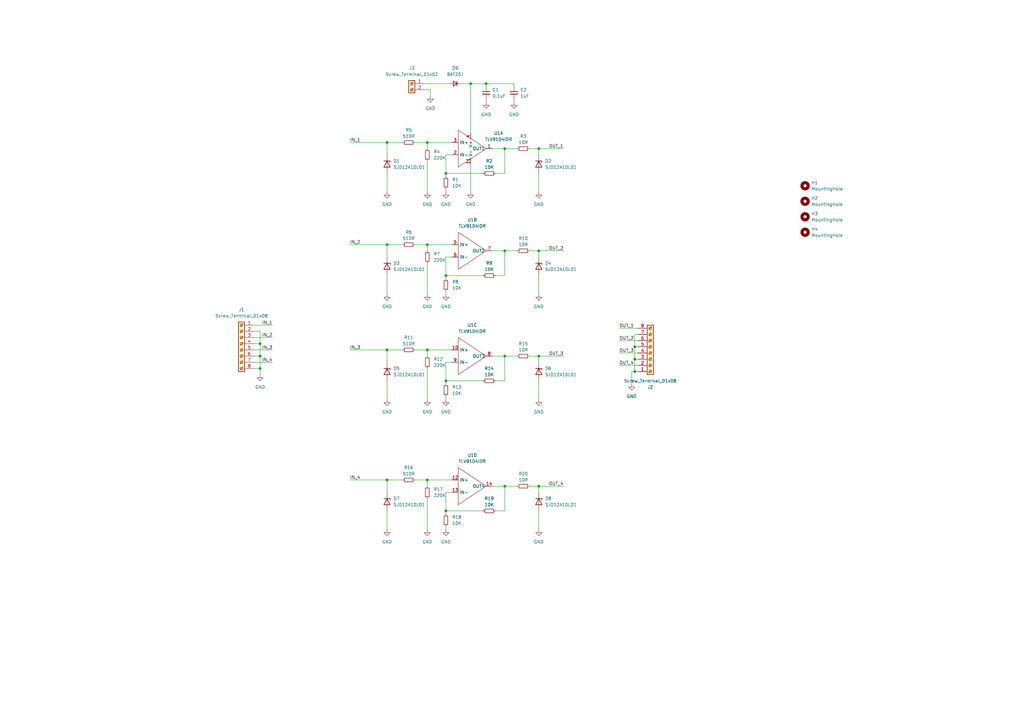
<source format=kicad_sch>
(kicad_sch (version 20230121) (generator eeschema)
  (paper "A3")
  (title_block (title "0-5 to 0-10V Converter") (date "2024-02-05") (rev "1.0"))
  (lib_symbols
    (symbol "Connector:Screw_Terminal_01x02" (pin_names (offset 1.016) hide)
      (property "Reference" "J" (at 0 2.54 0))
      (property "Value" "Screw_Terminal_01x02" (at 0 -5.08 0))
      (symbol "Screw_Terminal_01x02_1_1"
        (rectangle (start -1.27 1.27) (end 1.27 -3.81) (stroke (width 0.254)) (fill (type background)))
        (circle (center 0 -2.54) (radius 0.635) (stroke (width 0.1524)))
        (polyline (pts (xy -0.5334 -2.2098) (xy 0.3302 -3.048)) (stroke (width 0.1524)))
        (polyline (pts (xy -0.5334 0.3302) (xy 0.3302 -0.508)) (stroke (width 0.1524)))
        (polyline (pts (xy -0.3556 -2.032) (xy 0.508 -2.8702)) (stroke (width 0.1524)))
        (polyline (pts (xy -0.3556 0.508) (xy 0.508 -0.3302)) (stroke (width 0.1524)))
        (circle (center 0 0) (radius 0.635) (stroke (width 0.1524)))
        (pin passive line (at -5.08 0 0) (length 3.81) (name "Pin_1") (number "1"))
        (pin passive line (at -5.08 -2.54 0) (length 3.81) (name "Pin_2") (number "2"))
      )
    )
    (symbol "Connector:Screw_Terminal_01x08" (pin_names (offset 1.016) hide)
      (property "Reference" "J" (at 0 10.16 0))
      (property "Value" "Screw_Terminal_01x08" (at 0 -12.7 0))
      (symbol "Screw_Terminal_01x08_1_1"
        (rectangle (start -1.27 8.89) (end 1.27 -11.43) (stroke (width 0.254)) (fill (type background)))
        (circle (center 0 -10.16) (radius 0.635) (stroke (width 0.1524)))
        (circle (center 0 -7.62) (radius 0.635) (stroke (width 0.1524)))
        (circle (center 0 -5.08) (radius 0.635) (stroke (width 0.1524)))
        (circle (center 0 -2.54) (radius 0.635) (stroke (width 0.1524)))
        (polyline (pts (xy -0.5334 -9.8298) (xy 0.3302 -10.668)) (stroke (width 0.1524)))
        (polyline (pts (xy -0.5334 -7.2898) (xy 0.3302 -8.128)) (stroke (width 0.1524)))
        (polyline (pts (xy -0.5334 -4.7498) (xy 0.3302 -5.588)) (stroke (width 0.1524)))
        (polyline (pts (xy -0.5334 -2.2098) (xy 0.3302 -3.048)) (stroke (width 0.1524)))
        (polyline (pts (xy -0.5334 0.3302) (xy 0.3302 -0.508)) (stroke (width 0.1524)))
        (polyline (pts (xy -0.5334 2.8702) (xy 0.3302 2.032)) (stroke (width 0.1524)))
        (polyline (pts (xy -0.5334 5.4102) (xy 0.3302 4.572)) (stroke (width 0.1524)))
        (polyline (pts (xy -0.5334 7.9502) (xy 0.3302 7.112)) (stroke (width 0.1524)))
        (polyline (pts (xy -0.3556 -9.652) (xy 0.508 -10.4902)) (stroke (width 0.1524)))
        (polyline (pts (xy -0.3556 -7.112) (xy 0.508 -7.9502)) (stroke (width 0.1524)))
        (polyline (pts (xy -0.3556 -4.572) (xy 0.508 -5.4102)) (stroke (width 0.1524)))
        (polyline (pts (xy -0.3556 -2.032) (xy 0.508 -2.8702)) (stroke (width 0.1524)))
        (polyline (pts (xy -0.3556 0.508) (xy 0.508 -0.3302)) (stroke (width 0.1524)))
        (polyline (pts (xy -0.3556 3.048) (xy 0.508 2.2098)) (stroke (width 0.1524)))
        (polyline (pts (xy -0.3556 5.588) (xy 0.508 4.7498)) (stroke (width 0.1524)))
        (polyline (pts (xy -0.3556 8.128) (xy 0.508 7.2898)) (stroke (width 0.1524)))
        (circle (center 0 0) (radius 0.635) (stroke (width 0.1524)))
        (circle (center 0 2.54) (radius 0.635) (stroke (width 0.1524)))
        (circle (center 0 5.08) (radius 0.635) (stroke (width 0.1524)))
        (circle (center 0 7.62) (radius 0.635) (stroke (width 0.1524)))
        (pin passive line (at -5.08 7.62 0) (length 3.81) (name "Pin_1") (number "1"))
        (pin passive line (at -5.08 5.08 0) (length 3.81) (name "Pin_2") (number "2"))
        (pin passive line (at -5.08 2.54 0) (length 3.81) (name "Pin_3") (number "3"))
        (pin passive line (at -5.08 0 0) (length 3.81) (name "Pin_4") (number "4"))
        (pin passive line (at -5.08 -2.54 0) (length 3.81) (name "Pin_5") (number "5"))
        (pin passive line (at -5.08 -5.08 0) (length 3.81) (name "Pin_6") (number "6"))
        (pin passive line (at -5.08 -7.62 0) (length 3.81) (name "Pin_7") (number "7"))
        (pin passive line (at -5.08 -10.16 0) (length 3.81) (name "Pin_8") (number "8"))
      )
    )
    (symbol "Device:C_Small" (pin_numbers hide) (pin_names (offset 0.254) hide)
      (property "Reference" "C" (at 0.254 1.778 0))
      (property "Value" "C_Small" (at 0.254 -2.032 0))
      (symbol "C_Small_0_1"
        (polyline (pts (xy -1.524 -0.508) (xy 1.524 -0.508)) (stroke (width 0.3302)))
        (polyline (pts (xy -1.524 0.508) (xy 1.524 0.508)) (stroke (width 0.3048)))
      )
      (symbol "C_Small_1_1"
        (pin passive line (at 0 2.54 270) (length 2.032) (name "~") (number "1"))
        (pin passive line (at 0 -2.54 90) (length 2.032) (name "~") (number "2"))
      )
    )
    (symbol "Device:D_Small" (pin_numbers hide) (pin_names (offset 0.254) hide)
      (property "Reference" "D" (at -1.27 2.032 0))
      (property "Value" "D_Small" (at -3.81 -2.032 0))
      (symbol "D_Small_0_1"
        (polyline (pts (xy -0.762 -1.016) (xy -0.762 1.016)) (stroke (width 0.254)))
        (polyline (pts (xy -0.762 0) (xy 0.762 0)))
        (polyline (pts (xy 0.762 -1.016) (xy -0.762 0) (xy 0.762 1.016) (xy 0.762 -1.016)) (stroke (width 0.254)))
      )
      (symbol "D_Small_1_1"
        (pin passive line (at -2.54 0 0) (length 1.778) (name "K") (number "1"))
        (pin passive line (at 2.54 0 180) (length 1.778) (name "A") (number "2"))
      )
    )
    (symbol "Device:D_Zener" (pin_numbers hide) (pin_names (offset 1.016) hide)
      (property "Reference" "D" (at 0 2.54 0))
      (property "Value" "D_Zener" (at 0 -2.54 0))
      (symbol "D_Zener_0_1"
        (polyline (pts (xy 1.27 0) (xy -1.27 0)))
        (polyline (pts (xy -1.27 -1.27) (xy -1.27 1.27) (xy -0.762 1.27)) (stroke (width 0.254)))
        (polyline (pts (xy 1.27 -1.27) (xy 1.27 1.27) (xy -1.27 0) (xy 1.27 -1.27)) (stroke (width 0.254)))
      )
      (symbol "D_Zener_1_1"
        (pin passive line (at -3.81 0 0) (length 2.54) (name "K") (number "1"))
        (pin passive line (at 3.81 0 180) (length 2.54) (name "A") (number "2"))
      )
    )
    (symbol "Device:R_Small" (pin_numbers hide) (pin_names (offset 0.254) hide)
      (property "Reference" "R" (at 0.762 0.508 0))
      (property "Value" "R_Small" (at 0.762 -1.016 0))
      (symbol "R_Small_0_1"
        (rectangle (start -0.762 1.778) (end 0.762 -1.778) (stroke (width 0.2032)))
      )
      (symbol "R_Small_1_1"
        (pin passive line (at 0 2.54 270) (length 0.762) (name "~") (number "1"))
        (pin passive line (at 0 -2.54 90) (length 0.762) (name "~") (number "2"))
      )
    )
    (symbol "Mechanical:MountingHole" (pin_names (offset 1.016))
      (property "Reference" "H" (at 0 5.08 0))
      (property "Value" "MountingHole" (at 0 3.175 0))
      (symbol "MountingHole_0_1"
        (circle (center 0 0) (radius 1.27) (stroke (width 1.27)))
      )
    )
    (symbol "dc-level-shifter:TLV9104IDR"
      (property "Reference" "U" (at 6.35 10.16 0))
      (property "Value" "TLV9104IDR" (at 11.43 7.62 0))
      (symbol "TLV9104IDR_0_1"
        (polyline (pts (xy -5.08 0) (xy -5.08 -7.62) (xy 6.35 0)))
        (polyline (pts (xy -5.08 0) (xy -5.08 7.62) (xy 6.35 0)))
      )
      (symbol "TLV9104IDR_1_1"
        (pin output line (at 8.89 0 180) (length 2.54) (name "OUT1") (number "1"))
        (pin power_out line (at 0 -6.35 90) (length 2.54) (name "V-") (number "11"))
        (pin input line (at -7.62 -2.54 0) (length 2.54) (name "IN-") (number "2"))
        (pin input line (at -7.62 2.54 0) (length 2.54) (name "IN+") (number "3"))
        (pin power_in line (at 0 6.35 270) (length 2.54) (name "V+") (number "4"))
      )
      (symbol "TLV9104IDR_2_1"
        (pin input line (at -7.62 2.54 0) (length 2.54) (name "IN+") (number "5"))
        (pin input line (at -7.62 -2.54 0) (length 2.54) (name "IN-") (number "6"))
        (pin output line (at 8.89 0 180) (length 2.54) (name "OUT2") (number "7"))
      )
      (symbol "TLV9104IDR_3_1"
        (pin input line (at -7.62 2.54 0) (length 2.54) (name "IN+") (number "10"))
        (pin output line (at 8.89 0 180) (length 2.54) (name "OUT3") (number "8"))
        (pin input line (at -7.62 -2.54 0) (length 2.54) (name "IN-") (number "9"))
      )
      (symbol "TLV9104IDR_4_1"
        (pin input line (at -7.62 2.54 0) (length 2.54) (name "IN+") (number "12"))
        (pin input line (at -7.62 -2.54 0) (length 2.54) (name "IN-") (number "13"))
        (pin output line (at 8.89 0 180) (length 2.54) (name "OUT4") (number "14"))
      )
    )
    (symbol "power:GND" (power) (pin_names (offset 0))
      (property "Value" "GND" (at 0 -3.81 0))
      (symbol "GND_0_1"
        (polyline (pts (xy 0 0) (xy 0 -1.27) (xy 1.27 -1.27) (xy 0 -2.54) (xy -1.27 -1.27) (xy 0 -1.27)))
      )
      (symbol "GND_1_1"
        (pin power_in line (at 0 0 270) (length 0) hide (name "GND") (number "1"))
      )
    )
  )
  (junction (at 220.98 146.05))
  (junction (at 207.01 60.96))
  (junction (at 220.98 60.96))
  (junction (at 182.88 113.03))
  (junction (at 158.75 196.85))
  (junction (at 193.04 34.29))
  (junction (at 175.26 196.85))
  (junction (at 220.98 199.39))
  (junction (at 207.01 199.39))
  (junction (at 182.88 156.21))
  (junction (at 260.35 152.4))
  (junction (at 158.75 143.51))
  (junction (at 182.88 209.55))
  (junction (at 260.35 142.24))
  (junction (at 220.98 102.87))
  (junction (at 106.68 140.97))
  (junction (at 182.88 71.12))
  (junction (at 158.75 58.42))
  (junction (at 260.35 147.32))
  (junction (at 199.39 34.29))
  (junction (at 175.26 58.42))
  (junction (at 106.68 151.13))
  (junction (at 207.01 102.87))
  (junction (at 175.26 100.33))
  (junction (at 207.01 146.05))
  (junction (at 106.68 146.05))
  (junction (at 158.75 100.33))
  (junction (at 175.26 143.51))
  (wire (pts (xy 182.88 119.38) (xy 182.88 120.65)))
  (wire (pts (xy 143.51 58.42) (xy 158.75 58.42)))
  (wire (pts (xy 220.98 146.05) (xy 231.14 146.05)))
  (wire (pts (xy 207.01 102.87) (xy 201.93 102.87)))
  (wire (pts (xy 185.42 148.59) (xy 182.88 148.59)))
  (wire (pts (xy 220.98 60.96) (xy 231.14 60.96)))
  (wire (pts (xy 158.75 156.21) (xy 158.75 163.83)))
  (wire (pts (xy 220.98 60.96) (xy 220.98 63.5)))
  (wire (pts (xy 199.39 40.64) (xy 199.39 41.91)))
  (wire (pts (xy 182.88 113.03) (xy 198.12 113.03)))
  (wire (pts (xy 260.35 147.32) (xy 260.35 152.4)))
  (wire (pts (xy 158.75 71.12) (xy 158.75 78.74)))
  (wire (pts (xy 182.88 71.12) (xy 182.88 72.39)))
  (wire (pts (xy 261.62 137.16) (xy 260.35 137.16)))
  (wire (pts (xy 207.01 146.05) (xy 212.09 146.05)))
  (wire (pts (xy 261.62 134.62) (xy 254 134.62)))
  (wire (pts (xy 203.2 71.12) (xy 207.01 71.12)))
  (wire (pts (xy 261.62 144.78) (xy 254 144.78)))
  (wire (pts (xy 207.01 60.96) (xy 212.09 60.96)))
  (wire (pts (xy 199.39 34.29) (xy 210.82 34.29)))
  (wire (pts (xy 158.75 143.51) (xy 158.75 148.59)))
  (wire (pts (xy 193.04 34.29) (xy 199.39 34.29)))
  (wire (pts (xy 143.51 196.85) (xy 158.75 196.85)))
  (wire (pts (xy 158.75 143.51) (xy 165.1 143.51)))
  (wire (pts (xy 199.39 34.29) (xy 199.39 35.56)))
  (wire (pts (xy 182.88 71.12) (xy 198.12 71.12)))
  (wire (pts (xy 220.98 209.55) (xy 220.98 217.17)))
  (wire (pts (xy 170.18 100.33) (xy 175.26 100.33)))
  (wire (pts (xy 158.75 196.85) (xy 165.1 196.85)))
  (wire (pts (xy 182.88 77.47) (xy 182.88 78.74)))
  (wire (pts (xy 182.88 162.56) (xy 182.88 163.83)))
  (wire (pts (xy 175.26 107.95) (xy 175.26 120.65)))
  (wire (pts (xy 175.26 58.42) (xy 175.26 60.96)))
  (wire (pts (xy 260.35 142.24) (xy 261.62 142.24)))
  (wire (pts (xy 207.01 60.96) (xy 201.93 60.96)))
  (wire (pts (xy 158.75 209.55) (xy 158.75 217.17)))
  (wire (pts (xy 220.98 71.12) (xy 220.98 78.74)))
  (wire (pts (xy 170.18 58.42) (xy 175.26 58.42)))
  (wire (pts (xy 203.2 209.55) (xy 207.01 209.55)))
  (wire (pts (xy 182.88 63.5) (xy 182.88 71.12)))
  (wire (pts (xy 158.75 113.03) (xy 158.75 120.65)))
  (wire (pts (xy 175.26 66.04) (xy 175.26 78.74)))
  (wire (pts (xy 182.88 209.55) (xy 182.88 210.82)))
  (wire (pts (xy 203.2 156.21) (xy 207.01 156.21)))
  (wire (pts (xy 104.14 146.05) (xy 106.68 146.05)))
  (wire (pts (xy 175.26 196.85) (xy 175.26 199.39)))
  (wire (pts (xy 207.01 156.21) (xy 207.01 146.05)))
  (wire (pts (xy 210.82 34.29) (xy 210.82 35.56)))
  (wire (pts (xy 207.01 209.55) (xy 207.01 199.39)))
  (wire (pts (xy 170.18 196.85) (xy 175.26 196.85)))
  (wire (pts (xy 158.75 58.42) (xy 165.1 58.42)))
  (wire (pts (xy 260.35 137.16) (xy 260.35 142.24)))
  (wire (pts (xy 106.68 135.89) (xy 106.68 140.97)))
  (wire (pts (xy 217.17 146.05) (xy 220.98 146.05)))
  (wire (pts (xy 260.35 152.4) (xy 261.62 152.4)))
  (wire (pts (xy 182.88 209.55) (xy 198.12 209.55)))
  (wire (pts (xy 259.08 152.4) (xy 260.35 152.4)))
  (wire (pts (xy 106.68 140.97) (xy 106.68 146.05)))
  (wire (pts (xy 220.98 102.87) (xy 220.98 105.41)))
  (wire (pts (xy 158.75 100.33) (xy 165.1 100.33)))
  (wire (pts (xy 193.04 67.31) (xy 193.04 78.74)))
  (wire (pts (xy 173.99 36.83) (xy 176.53 36.83)))
  (wire (pts (xy 106.68 146.05) (xy 106.68 151.13)))
  (wire (pts (xy 143.51 100.33) (xy 158.75 100.33)))
  (wire (pts (xy 175.26 143.51) (xy 175.26 146.05)))
  (wire (pts (xy 182.88 105.41) (xy 182.88 113.03)))
  (wire (pts (xy 185.42 196.85) (xy 175.26 196.85)))
  (wire (pts (xy 104.14 140.97) (xy 106.68 140.97)))
  (wire (pts (xy 182.88 113.03) (xy 182.88 114.3)))
  (wire (pts (xy 220.98 102.87) (xy 231.14 102.87)))
  (wire (pts (xy 207.01 102.87) (xy 212.09 102.87)))
  (wire (pts (xy 158.75 100.33) (xy 158.75 105.41)))
  (wire (pts (xy 210.82 40.64) (xy 210.82 41.91)))
  (wire (pts (xy 175.26 151.13) (xy 175.26 163.83)))
  (wire (pts (xy 220.98 199.39) (xy 231.14 199.39)))
  (wire (pts (xy 261.62 139.7) (xy 254 139.7)))
  (wire (pts (xy 176.53 36.83) (xy 176.53 39.37)))
  (wire (pts (xy 185.42 58.42) (xy 175.26 58.42)))
  (wire (pts (xy 193.04 34.29) (xy 193.04 54.61)))
  (wire (pts (xy 158.75 58.42) (xy 158.75 63.5)))
  (wire (pts (xy 185.42 201.93) (xy 182.88 201.93)))
  (wire (pts (xy 175.26 204.47) (xy 175.26 217.17)))
  (wire (pts (xy 182.88 215.9) (xy 182.88 217.17)))
  (wire (pts (xy 220.98 113.03) (xy 220.98 120.65)))
  (wire (pts (xy 158.75 196.85) (xy 158.75 201.93)))
  (wire (pts (xy 259.08 152.4) (xy 259.08 157.48)))
  (wire (pts (xy 104.14 133.35) (xy 111.76 133.35)))
  (wire (pts (xy 104.14 138.43) (xy 111.76 138.43)))
  (wire (pts (xy 220.98 199.39) (xy 220.98 201.93)))
  (wire (pts (xy 207.01 199.39) (xy 201.93 199.39)))
  (wire (pts (xy 182.88 156.21) (xy 182.88 157.48)))
  (wire (pts (xy 203.2 113.03) (xy 207.01 113.03)))
  (wire (pts (xy 175.26 100.33) (xy 175.26 102.87)))
  (wire (pts (xy 185.42 105.41) (xy 182.88 105.41)))
  (wire (pts (xy 104.14 148.59) (xy 111.76 148.59)))
  (wire (pts (xy 173.99 34.29) (xy 184.15 34.29)))
  (wire (pts (xy 185.42 100.33) (xy 175.26 100.33)))
  (wire (pts (xy 207.01 113.03) (xy 207.01 102.87)))
  (wire (pts (xy 254 149.86) (xy 261.62 149.86)))
  (wire (pts (xy 217.17 60.96) (xy 220.98 60.96)))
  (wire (pts (xy 182.88 201.93) (xy 182.88 209.55)))
  (wire (pts (xy 217.17 102.87) (xy 220.98 102.87)))
  (wire (pts (xy 207.01 146.05) (xy 201.93 146.05)))
  (wire (pts (xy 104.14 143.51) (xy 111.76 143.51)))
  (wire (pts (xy 104.14 135.89) (xy 106.68 135.89)))
  (wire (pts (xy 207.01 71.12) (xy 207.01 60.96)))
  (wire (pts (xy 185.42 143.51) (xy 175.26 143.51)))
  (wire (pts (xy 104.14 151.13) (xy 106.68 151.13)))
  (wire (pts (xy 260.35 147.32) (xy 261.62 147.32)))
  (wire (pts (xy 217.17 199.39) (xy 220.98 199.39)))
  (wire (pts (xy 220.98 156.21) (xy 220.98 163.83)))
  (wire (pts (xy 182.88 156.21) (xy 198.12 156.21)))
  (wire (pts (xy 207.01 199.39) (xy 212.09 199.39)))
  (wire (pts (xy 220.98 146.05) (xy 220.98 148.59)))
  (wire (pts (xy 185.42 63.5) (xy 182.88 63.5)))
  (wire (pts (xy 143.51 143.51) (xy 158.75 143.51)))
  (wire (pts (xy 106.68 151.13) (xy 106.68 153.67)))
  (wire (pts (xy 170.18 143.51) (xy 175.26 143.51)))
  (wire (pts (xy 189.23 34.29) (xy 193.04 34.29)))
  (wire (pts (xy 182.88 148.59) (xy 182.88 156.21)))
  (wire (pts (xy 260.35 142.24) (xy 260.35 147.32)))
  (label "OUT_4" (at 254 149.86 0))
  (label "OUT_2" (at 231.14 102.87 180))
  (label "IN_4" (at 143.51 196.85 0))
  (label "OUT_4" (at 231.14 199.39 180))
  (label "OUT_3" (at 231.14 146.05 180))
  (label "OUT_2" (at 254 139.7 0))
  (label "OUT_1" (at 231.14 60.96 180))
  (label "OUT_1" (at 254 134.62 0))
  (label "IN_3" (at 111.76 143.51 180))
  (label "IN_1" (at 111.76 133.35 180))
  (label "IN_2" (at 111.76 138.43 180))
  (label "OUT_3" (at 254 144.78 0))
  (label "IN_2" (at 143.51 100.33 0))
  (label "IN_1" (at 143.51 58.42 0))
  (label "IN_4" (at 111.76 148.59 180))
  (label "IN_3" (at 143.51 143.51 0))
  (symbol (lib_id "power:GND") (at 158.75 217.17 0) (unit 1)
    (property "Reference" "#PWR016" (effects hide))
    (property "Value" "GND" (at 158.75 222.25 0))
  )
  (symbol (lib_id "Mechanical:MountingHole") (at 330.2 88.9 0) (unit 1)
    (property "Reference" "H3" (at 332.74 87.63 0) (effects (justify left)))
    (property "Value" "MountingHole" (at 332.74 90.17 0) (effects (justify left)))
    (property "Footprint" "MountingHole:MountingHole_3.2mm_M3_DIN965" (effects hide))
  )
  (symbol (lib_id "Connector:Screw_Terminal_01x08") (at 266.7 144.78 0) (mirror x) (unit 1)
    (property "Reference" "J2" (at 266.7 158.75 0))
    (property "Value" "Screw_Terminal_01x08" (at 266.7 156.21 0))
    (property "Footprint" "TerminalBlock_Phoenix:TerminalBlock_Phoenix_MKDS-1,5-8-5.08_1x08_P5.08mm_Horizontal" (effects hide))
    (property "Manufacturer" "Phoenix Contact" (effects hide))
    (property "ManufacturerPartNumber" "1729186" (effects hide))
  )
  (symbol (lib_id "power:GND") (at 199.39 41.91 0) (unit 1)
    (property "Reference" "#PWR02" (effects hide))
    (property "Value" "GND" (at 199.39 46.99 0))
  )
  (symbol (lib_id "power:GND") (at 210.82 41.91 0) (unit 1)
    (property "Reference" "#PWR04" (effects hide))
    (property "Value" "GND" (at 210.82 46.99 0))
  )
  (symbol (lib_id "power:GND") (at 220.98 217.17 0) (unit 1)
    (property "Reference" "#PWR021" (effects hide))
    (property "Value" "GND" (at 220.98 222.25 0))
  )
  (symbol (lib_id "dc-level-shifter:TLV9104IDR") (at 193.04 146.05 0) (unit 3)
    (property "Reference" "U1" (at 193.675 133.35 0))
    (property "Value" "TLV9104IDR" (at 193.675 135.89 0))
    (property "Footprint" "Package_SO:SOIC-14_3.9x8.7mm_P1.27mm" (effects hide))
    (property "Manufacturer" "Texas Instruments" (effects hide))
    (property "ManufacturerPartNumber" "TLV9104IDR" (effects hide))
  )
  (symbol (lib_id "Device:R_Small") (at 175.26 63.5 0) (unit 1)
    (property "Reference" "R4" (at 177.8 62.23 0) (effects (justify left)))
    (property "Value" "220K" (at 177.8 64.77 0) (effects (justify left)))
    (property "Footprint" "Resistor_SMD:R_0603_1608Metric" (effects hide))
  )
  (symbol (lib_id "Device:R_Small") (at 182.88 116.84 0) (unit 1)
    (property "Reference" "R8" (at 185.42 115.57 0) (effects (justify left)))
    (property "Value" "10K" (at 185.42 118.11 0) (effects (justify left)))
    (property "Footprint" "Resistor_SMD:R_0603_1608Metric" (effects hide))
  )
  (symbol (lib_id "Device:R_Small") (at 182.88 74.93 0) (unit 1)
    (property "Reference" "R1" (at 185.42 73.66 0) (effects (justify left)))
    (property "Value" "10K" (at 185.42 76.2 0) (effects (justify left)))
    (property "Footprint" "Resistor_SMD:R_0603_1608Metric" (effects hide))
  )
  (symbol (lib_id "power:GND") (at 193.04 78.74 0) (unit 1)
    (property "Reference" "#PWR03" (effects hide))
    (property "Value" "GND" (at 193.04 83.82 0))
  )
  (symbol (lib_id "Connector:Screw_Terminal_01x02") (at 168.91 34.29 0) (mirror y) (unit 1)
    (property "Reference" "J3" (at 168.91 27.94 0))
    (property "Value" "Screw_Terminal_01x02" (at 168.91 30.48 0))
    (property "Footprint" "TerminalBlock_Phoenix:TerminalBlock_Phoenix_MKDS-1,5-2-5.08_1x02_P5.08mm_Horizontal" (effects hide))
  )
  (symbol (lib_id "Device:C_Small") (at 199.39 38.1 0) (unit 1)
    (property "Reference" "C1" (at 201.93 36.8363 0) (effects (justify left)))
    (property "Value" "0.1uF" (at 201.93 39.3763 0) (effects (justify left)))
    (property "Footprint" "Capacitor_SMD:C_0603_1608Metric" (effects hide))
  )
  (symbol (lib_id "Device:R_Small") (at 214.63 199.39 270) (unit 1)
    (property "Reference" "R20" (at 214.63 194.31 90))
    (property "Value" "10R" (at 214.63 196.85 90))
    (property "Footprint" "Resistor_SMD:R_0603_1608Metric" (effects hide))
  )
  (symbol (lib_id "power:GND") (at 158.75 163.83 0) (unit 1)
    (property "Reference" "#PWR012" (effects hide))
    (property "Value" "GND" (at 158.75 168.91 0))
  )
  (symbol (lib_id "dc-level-shifter:TLV9104IDR") (at 193.04 60.96 0) (unit 1)
    (property "Reference" "U1" (at 204.47 54.61 0))
    (property "Value" "TLV9104IDR" (at 204.47 57.15 0))
    (property "Footprint" "Package_SO:SOIC-14_3.9x8.7mm_P1.27mm" (effects hide))
    (property "Manufacturer" "Texas Instruments" (effects hide))
    (property "ManufacturerPartNumber" "TLV9104IDR" (effects hide))
  )
  (symbol (lib_id "power:GND") (at 175.26 78.74 0) (unit 1)
    (property "Reference" "#PWR06" (effects hide))
    (property "Value" "GND" (at 175.26 83.82 0))
  )
  (symbol (lib_id "Device:R_Small") (at 200.66 156.21 270) (unit 1)
    (property "Reference" "R14" (at 200.66 151.13 90))
    (property "Value" "10K" (at 200.66 153.67 90))
    (property "Footprint" "Resistor_SMD:R_0603_1608Metric" (effects hide))
  )
  (symbol (lib_id "power:GND") (at 259.08 157.48 0) (mirror y) (unit 1)
    (property "Reference" "#PWR022" (effects hide))
    (property "Value" "GND" (at 259.08 162.56 0))
  )
  (symbol (lib_id "Device:D_Zener") (at 158.75 109.22 270) (unit 1)
    (property "Reference" "D3" (at 161.29 107.95 90) (effects (justify left)))
    (property "Value" "SJD12A10L01" (at 161.29 110.49 90) (effects (justify left)))
    (property "Footprint" "Diode_SMD:D_SOD-123" (effects hide))
  )
  (symbol (lib_id "power:GND") (at 175.26 217.17 0) (unit 1)
    (property "Reference" "#PWR018" (effects hide))
    (property "Value" "GND" (at 175.26 222.25 0))
  )
  (symbol (lib_id "power:GND") (at 182.88 78.74 0) (unit 1)
    (property "Reference" "#PWR05" (effects hide))
    (property "Value" "GND" (at 182.88 83.82 0))
  )
  (symbol (lib_id "power:GND") (at 220.98 120.65 0) (unit 1)
    (property "Reference" "#PWR013" (effects hide))
    (property "Value" "GND" (at 220.98 125.73 0))
  )
  (symbol (lib_id "Device:R_Small") (at 175.26 105.41 0) (unit 1)
    (property "Reference" "R7" (at 177.8 104.14 0) (effects (justify left)))
    (property "Value" "220K" (at 177.8 106.68 0) (effects (justify left)))
    (property "Footprint" "Resistor_SMD:R_0603_1608Metric" (effects hide))
  )
  (symbol (lib_id "Device:D_Small") (at 186.69 34.29 0) (mirror y) (unit 1)
    (property "Reference" "D9" (at 186.69 27.94 0))
    (property "Value" "BAT20J" (at 186.69 30.48 0))
    (property "Footprint" "Diode_SMD:D_SOD-323" (effects hide))
    (property "Sim.Device" "D" (effects hide))
    (property "Sim.Pins" "1=K 2=A" (effects hide))
  )
  (symbol (lib_id "Device:C_Small") (at 210.82 38.1 0) (unit 1)
    (property "Reference" "C2" (at 213.36 36.8363 0) (effects (justify left)))
    (property "Value" "1uF" (at 213.36 39.3763 0) (effects (justify left)))
    (property "Footprint" "Capacitor_SMD:C_0603_1608Metric" (effects hide))
  )
  (symbol (lib_id "Device:R_Small") (at 200.66 113.03 270) (unit 1)
    (property "Reference" "R9" (at 200.66 107.95 90))
    (property "Value" "10K" (at 200.66 110.49 90))
    (property "Footprint" "Resistor_SMD:R_0603_1608Metric" (effects hide))
  )
  (symbol (lib_id "Device:D_Zener") (at 158.75 152.4 270) (unit 1)
    (property "Reference" "D5" (at 161.29 151.13 90) (effects (justify left)))
    (property "Value" "SJD12A10L01" (at 161.29 153.67 90) (effects (justify left)))
    (property "Footprint" "Diode_SMD:D_SOD-123" (effects hide))
  )
  (symbol (lib_id "Device:R_Small") (at 167.64 58.42 270) (unit 1)
    (property "Reference" "R5" (at 167.64 53.34 90))
    (property "Value" "510R" (at 167.64 55.88 90))
    (property "Footprint" "Resistor_SMD:R_0603_1608Metric" (effects hide))
  )
  (symbol (lib_id "Device:R_Small") (at 167.64 196.85 270) (unit 1)
    (property "Reference" "R16" (at 167.64 191.77 90))
    (property "Value" "510R" (at 167.64 194.31 90))
    (property "Footprint" "Resistor_SMD:R_0603_1608Metric" (effects hide))
  )
  (symbol (lib_id "power:GND") (at 158.75 78.74 0) (unit 1)
    (property "Reference" "#PWR07" (effects hide))
    (property "Value" "GND" (at 158.75 83.82 0))
  )
  (symbol (lib_id "power:GND") (at 176.53 39.37 0) (unit 1)
    (property "Reference" "#PWR01" (effects hide))
    (property "Value" "GND" (at 176.53 44.45 0))
  )
  (symbol (lib_id "power:GND") (at 158.75 120.65 0) (unit 1)
    (property "Reference" "#PWR09" (effects hide))
    (property "Value" "GND" (at 158.75 125.73 0))
  )
  (symbol (lib_id "power:GND") (at 182.88 120.65 0) (unit 1)
    (property "Reference" "#PWR011" (effects hide))
    (property "Value" "GND" (at 182.88 125.73 0))
  )
  (symbol (lib_id "power:GND") (at 182.88 163.83 0) (unit 1)
    (property "Reference" "#PWR015" (effects hide))
    (property "Value" "GND" (at 182.88 168.91 0))
  )
  (symbol (lib_id "Device:R_Small") (at 182.88 213.36 0) (unit 1)
    (property "Reference" "R18" (at 185.42 212.09 0) (effects (justify left)))
    (property "Value" "10K" (at 185.42 214.63 0) (effects (justify left)))
    (property "Footprint" "Resistor_SMD:R_0603_1608Metric" (effects hide))
  )
  (symbol (lib_id "Device:R_Small") (at 214.63 146.05 270) (unit 1)
    (property "Reference" "R15" (at 214.63 140.97 90))
    (property "Value" "10R" (at 214.63 143.51 90))
    (property "Footprint" "Resistor_SMD:R_0603_1608Metric" (effects hide))
  )
  (symbol (lib_id "Device:R_Small") (at 214.63 102.87 270) (unit 1)
    (property "Reference" "R10" (at 214.63 97.79 90))
    (property "Value" "10R" (at 214.63 100.33 90))
    (property "Footprint" "Resistor_SMD:R_0603_1608Metric" (effects hide))
  )
  (symbol (lib_id "Device:D_Zener") (at 220.98 152.4 270) (unit 1)
    (property "Reference" "D6" (at 223.52 151.13 90) (effects (justify left)))
    (property "Value" "SJD12A10L01" (at 223.52 153.67 90) (effects (justify left)))
    (property "Footprint" "Diode_SMD:D_SOD-123" (effects hide))
  )
  (symbol (lib_id "Device:R_Small") (at 182.88 160.02 0) (unit 1)
    (property "Reference" "R13" (at 185.42 158.75 0) (effects (justify left)))
    (property "Value" "10K" (at 185.42 161.29 0) (effects (justify left)))
    (property "Footprint" "Resistor_SMD:R_0603_1608Metric" (effects hide))
  )
  (symbol (lib_id "dc-level-shifter:TLV9104IDR") (at 193.04 199.39 0) (unit 4)
    (property "Reference" "U1" (at 193.675 186.69 0))
    (property "Value" "TLV9104IDR" (at 193.675 189.23 0))
    (property "Footprint" "Package_SO:SOIC-14_3.9x8.7mm_P1.27mm" (effects hide))
    (property "Manufacturer" "Texas Instruments" (effects hide))
    (property "ManufacturerPartNumber" "TLV9104IDR" (effects hide))
  )
  (symbol (lib_id "Device:R_Small") (at 175.26 148.59 0) (unit 1)
    (property "Reference" "R12" (at 177.8 147.32 0) (effects (justify left)))
    (property "Value" "220K" (at 177.8 149.86 0) (effects (justify left)))
    (property "Footprint" "Resistor_SMD:R_0603_1608Metric" (effects hide))
  )
  (symbol (lib_id "Device:R_Small") (at 200.66 71.12 270) (unit 1)
    (property "Reference" "R2" (at 200.66 66.04 90))
    (property "Value" "10K" (at 200.66 68.58 90))
    (property "Footprint" "Resistor_SMD:R_0603_1608Metric" (effects hide))
  )
  (symbol (lib_id "Device:D_Zener") (at 220.98 67.31 270) (unit 1)
    (property "Reference" "D2" (at 223.52 66.04 90) (effects (justify left)))
    (property "Value" "SJD12A10L01" (at 223.52 68.58 90) (effects (justify left)))
    (property "Footprint" "Diode_SMD:D_SOD-123" (effects hide))
  )
  (symbol (lib_id "Device:R_Small") (at 200.66 209.55 270) (unit 1)
    (property "Reference" "R19" (at 200.66 204.47 90))
    (property "Value" "10K" (at 200.66 207.01 90))
    (property "Footprint" "Resistor_SMD:R_0603_1608Metric" (effects hide))
  )
  (symbol (lib_id "Connector:Screw_Terminal_01x08") (at 99.06 140.97 0) (mirror y) (unit 1)
    (property "Reference" "J1" (at 99.06 127 0))
    (property "Value" "Screw_Terminal_01x08" (at 99.06 129.54 0))
    (property "Footprint" "TerminalBlock_Phoenix:TerminalBlock_Phoenix_MKDS-1,5-8-5.08_1x08_P5.08mm_Horizontal" (effects hide))
    (property "Manufacturer" "Phoenix Contact" (effects hide))
    (property "ManufacturerPartNumber" "1729186" (effects hide))
  )
  (symbol (lib_id "power:GND") (at 106.68 153.67 0) (unit 1)
    (property "Reference" "#PWR020" (effects hide))
    (property "Value" "GND" (at 106.68 158.75 0))
  )
  (symbol (lib_id "power:GND") (at 182.88 217.17 0) (unit 1)
    (property "Reference" "#PWR019" (effects hide))
    (property "Value" "GND" (at 182.88 222.25 0))
  )
  (symbol (lib_id "Device:R_Small") (at 167.64 100.33 270) (unit 1)
    (property "Reference" "R6" (at 167.64 95.25 90))
    (property "Value" "510R" (at 167.64 97.79 90))
    (property "Footprint" "Resistor_SMD:R_0603_1608Metric" (effects hide))
  )
  (symbol (lib_id "Mechanical:MountingHole") (at 330.2 76.2 0) (unit 1)
    (property "Reference" "H1" (at 332.74 74.93 0) (effects (justify left)))
    (property "Value" "MountingHole" (at 332.74 77.47 0) (effects (justify left)))
    (property "Footprint" "MountingHole:MountingHole_3.2mm_M3_DIN965" (effects hide))
  )
  (symbol (lib_id "Mechanical:MountingHole") (at 330.2 82.55 0) (unit 1)
    (property "Reference" "H2" (at 332.74 81.28 0) (effects (justify left)))
    (property "Value" "MountingHole" (at 332.74 83.82 0) (effects (justify left)))
    (property "Footprint" "MountingHole:MountingHole_3.2mm_M3_DIN965" (effects hide))
  )
  (symbol (lib_id "Device:D_Zener") (at 220.98 205.74 270) (unit 1)
    (property "Reference" "D8" (at 223.52 204.47 90) (effects (justify left)))
    (property "Value" "SJD12A10L01" (at 223.52 207.01 90) (effects (justify left)))
    (property "Footprint" "Diode_SMD:D_SOD-123" (effects hide))
  )
  (symbol (lib_id "dc-level-shifter:TLV9104IDR") (at 193.04 102.87 0) (unit 2)
    (property "Reference" "U1" (at 193.675 90.17 0))
    (property "Value" "TLV9104IDR" (at 193.675 92.71 0))
    (property "Footprint" "Package_SO:SOIC-14_3.9x8.7mm_P1.27mm" (effects hide))
    (property "Manufacturer" "Texas Instruments" (effects hide))
    (property "ManufacturerPartNumber" "TLV9104IDR" (effects hide))
  )
  (symbol (lib_id "Device:D_Zener") (at 158.75 205.74 270) (unit 1)
    (property "Reference" "D7" (at 161.29 204.47 90) (effects (justify left)))
    (property "Value" "SJD12A10L01" (at 161.29 207.01 90) (effects (justify left)))
    (property "Footprint" "Diode_SMD:D_SOD-123" (effects hide))
  )
  (symbol (lib_id "power:GND") (at 175.26 120.65 0) (unit 1)
    (property "Reference" "#PWR010" (effects hide))
    (property "Value" "GND" (at 175.26 125.73 0))
  )
  (symbol (lib_id "Device:D_Zener") (at 158.75 67.31 270) (unit 1)
    (property "Reference" "D1" (at 161.29 66.04 90) (effects (justify left)))
    (property "Value" "SJD12A10L01" (at 161.29 68.58 90) (effects (justify left)))
    (property "Footprint" "Diode_SMD:D_SOD-123" (effects hide))
  )
  (symbol (lib_id "Mechanical:MountingHole") (at 330.2 95.25 0) (unit 1)
    (property "Reference" "H4" (at 332.74 93.98 0) (effects (justify left)))
    (property "Value" "MountingHole" (at 332.74 96.52 0) (effects (justify left)))
    (property "Footprint" "MountingHole:MountingHole_3.2mm_M3_DIN965" (effects hide))
  )
  (symbol (lib_id "Device:D_Zener") (at 220.98 109.22 270) (unit 1)
    (property "Reference" "D4" (at 223.52 107.95 90) (effects (justify left)))
    (property "Value" "SJD12A10L01" (at 223.52 110.49 90) (effects (justify left)))
    (property "Footprint" "Diode_SMD:D_SOD-123" (effects hide))
  )
  (symbol (lib_id "Device:R_Small") (at 214.63 60.96 270) (unit 1)
    (property "Reference" "R3" (at 214.63 55.88 90))
    (property "Value" "10R" (at 214.63 58.42 90))
    (property "Footprint" "Resistor_SMD:R_0603_1608Metric" (effects hide))
  )
  (symbol (lib_id "power:GND") (at 220.98 163.83 0) (unit 1)
    (property "Reference" "#PWR017" (effects hide))
    (property "Value" "GND" (at 220.98 168.91 0))
  )
  (symbol (lib_id "power:GND") (at 220.98 78.74 0) (unit 1)
    (property "Reference" "#PWR08" (effects hide))
    (property "Value" "GND" (at 220.98 83.82 0))
  )
  (symbol (lib_id "Device:R_Small") (at 167.64 143.51 270) (unit 1)
    (property "Reference" "R11" (at 167.64 138.43 90))
    (property "Value" "510R" (at 167.64 140.97 90))
    (property "Footprint" "Resistor_SMD:R_0603_1608Metric" (effects hide))
  )
  (symbol (lib_id "power:GND") (at 175.26 163.83 0) (unit 1)
    (property "Reference" "#PWR014" (effects hide))
    (property "Value" "GND" (at 175.26 168.91 0))
  )
  (symbol (lib_id "Device:R_Small") (at 175.26 201.93 0) (unit 1)
    (property "Reference" "R17" (at 177.8 200.66 0) (effects (justify left)))
    (property "Value" "220K" (at 177.8 203.2 0) (effects (justify left)))
    (property "Footprint" "Resistor_SMD:R_0603_1608Metric" (effects hide))
  )
)
</source>
